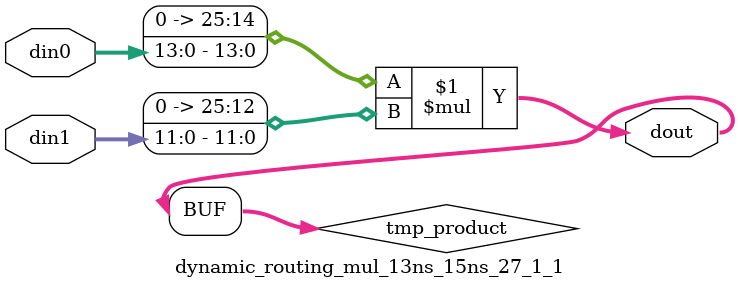
<source format=v>

`timescale 1 ns / 1 ps

 module dynamic_routing_mul_13ns_15ns_27_1_1(din0, din1, dout);
parameter ID = 1;
parameter NUM_STAGE = 0;
parameter din0_WIDTH = 14;
parameter din1_WIDTH = 12;
parameter dout_WIDTH = 26;

input [din0_WIDTH - 1 : 0] din0; 
input [din1_WIDTH - 1 : 0] din1; 
output [dout_WIDTH - 1 : 0] dout;

wire signed [dout_WIDTH - 1 : 0] tmp_product;
























assign tmp_product = $signed({1'b0, din0}) * $signed({1'b0, din1});











assign dout = tmp_product;





















endmodule

</source>
